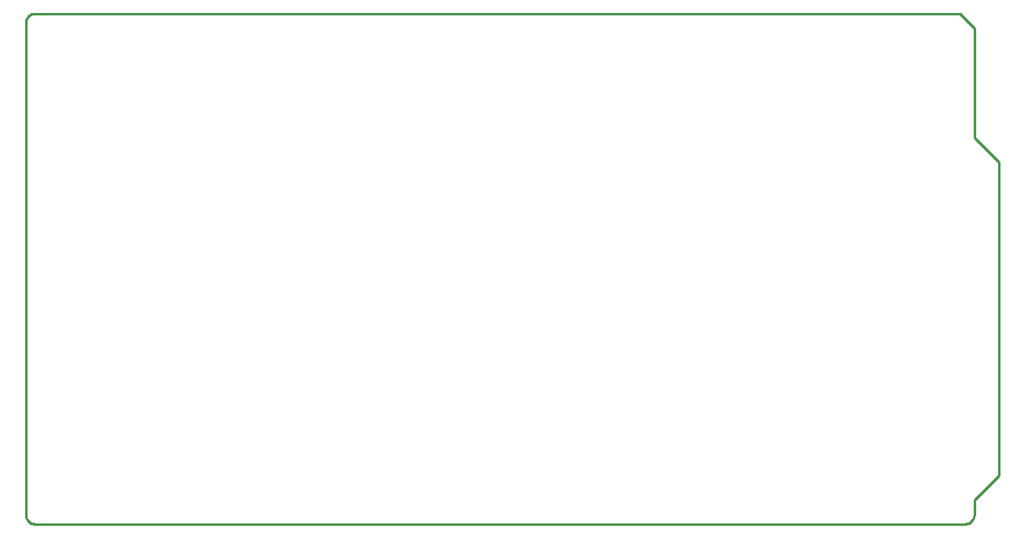
<source format=gbr>
G04 EAGLE Gerber RS-274X export*
G75*
%MOMM*%
%FSLAX34Y34*%
%LPD*%
%IN*%
%IPPOS*%
%AMOC8*
5,1,8,0,0,1.08239X$1,22.5*%
G01*
G04 Define Apertures*
%ADD10C,0.254000*%
D10*
X0Y10000D02*
X38Y9128D01*
X152Y8264D01*
X341Y7412D01*
X603Y6580D01*
X937Y5774D01*
X1340Y5000D01*
X1808Y4264D01*
X2340Y3572D01*
X2929Y2929D01*
X3572Y2340D01*
X4264Y1808D01*
X5000Y1340D01*
X5774Y937D01*
X6580Y603D01*
X7412Y341D01*
X8264Y152D01*
X9128Y38D01*
X10000Y0D01*
X980600Y0D01*
X981472Y38D01*
X982336Y152D01*
X983188Y341D01*
X984020Y603D01*
X984826Y937D01*
X985600Y1340D01*
X986336Y1808D01*
X987028Y2340D01*
X987671Y2929D01*
X988260Y3572D01*
X988792Y4264D01*
X989260Y5000D01*
X989663Y5774D01*
X989997Y6580D01*
X990259Y7412D01*
X990448Y8264D01*
X990562Y9128D01*
X990600Y10000D01*
X990600Y25400D01*
X1016000Y50800D01*
X1016000Y378460D01*
X990600Y403860D01*
X990600Y518160D01*
X975360Y533400D01*
X10000Y533400D01*
X9128Y533362D01*
X8264Y533248D01*
X7412Y533059D01*
X6580Y532797D01*
X5774Y532463D01*
X5000Y532060D01*
X4264Y531592D01*
X3572Y531060D01*
X2929Y530471D01*
X2340Y529828D01*
X1808Y529136D01*
X1340Y528400D01*
X937Y527626D01*
X603Y526820D01*
X341Y525988D01*
X152Y525136D01*
X38Y524272D01*
X0Y523400D01*
X0Y10000D01*
M02*

</source>
